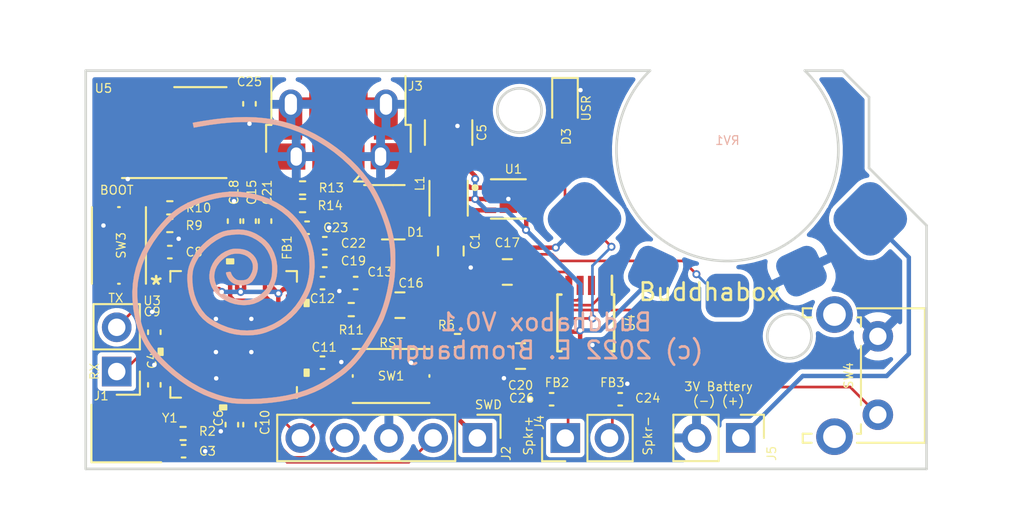
<source format=kicad_pcb>
(kicad_pcb (version 20211014) (generator pcbnew)
  (layers (0 "F.Cu" signal) (31 "B.Cu" signal) (34 "B.Paste" user) (35 "F.Paste" user) (36 "B.SilkS" user "B.Silkscreen") (37 "F.SilkS" user "F.Silkscreen") (38 "B.Mask" user) (39 "F.Mask" user) (44 "Edge.Cuts" user))
  (net 0 "")
  (net 1 "GND")
  (net 2 "Net-(C3-Pad1)")
  (net 3 "Net-(C4-Pad1)")
  (net 4 "+3.3V")
  (net 5 "+1V1")
  (net 6 "Net-(C13-Pad1)")
  (net 7 "Net-(C16-Pad2)")
  (net 8 "Net-(C17-Pad2)")
  (net 9 "/ADC_AVDD")
  (net 10 "Net-(D3-Pad2)")
  (net 11 "Net-(FB2-Pad1)")
  (net 12 "Net-(FB3-Pad1)")
  (net 13 "/UART0_RX")
  (net 14 "/UART0_TX")
  (net 15 "/SWCLK")
  (net 16 "/SWDIO")
  (net 17 "/NRST")
  (net 18 "Vbus")
  (net 19 "Net-(J3-Pad2)")
  (net 20 "Net-(J3-Pad3)")
  (net 22 "Net-(R2-Pad2)")
  (net 23 "/LED")
  (net 24 "/QSPI_SS_N")
  (net 25 "Net-(R10-Pad2)")
  (net 26 "/PDM+")
  (net 27 "Net-(R13-Pad1)")
  (net 28 "Net-(R14-Pad1)")
  (net 29 "/BTN")
  (net 30 "/SD")
  (net 50 "/POT")
  (net 53 "/QSPI_SD3")
  (net 54 "/QSPI_SCLK")
  (net 55 "/QSPI_SD0")
  (net 56 "/QSPI_SD2")
  (net 57 "/QSPI_SD1")
  (net 59 "Net-(C24-Pad1)")
  (net 60 "Net-(C26-Pad1)")
  (net 62 "/Vraw")
  (net 63 "/Vbat")
  (net 64 "Net-(L1-Pad2)")
  (net 66 "/Vbat_sw")
  (footprint "Resistor_SMD:R_0402_1005Metric" (layer "F.Cu") (at 116.84 115.316 180)
    (fp_text reference "R11")
    (fp_text value "100")
  )
  (footprint "Resistor_SMD:R_0402_1005Metric" (layer "F.Cu") (at 114.046 109.347)
    (fp_text reference "R14")
    (fp_text value "27.5")
  )
  (footprint "Connector_PinHeader_2.54mm:PinHeader_1x02_P2.54mm_Vertical" (layer "F.Cu") (at 129.125 122.687 90)
    (fp_text reference "J4")
    (fp_text value "Speaker")
  )
  (footprint "Connector_PinHeader_2.54mm:PinHeader_1x02_P2.54mm_Vertical" (layer "F.Cu") (at 139.197 122.682 -90)
    (fp_text reference "J5")
    (fp_text value "Battery")
  )
  (footprint "Capacitor_SMD:C_0805_2012Metric" (layer "F.Cu") (at 119.634 115.062)
    (fp_text reference "C16")
    (fp_text value "10uf")
  )
  (footprint "Capacitor_SMD:C_0402_1005Metric" (layer "F.Cu") (at 110.114 110.236 90)
    (fp_text reference "C18")
    (fp_text value "0.1uf")
  )
  (footprint "Resistor_SMD:R_0402_1005Metric" (layer "F.Cu") (at 107.188 122.428)
    (fp_text reference "R2")
    (fp_text value "1k")
  )
  (footprint "Capacitor_SMD:C_0402_1005Metric" (layer "F.Cu") (at 110.998 103.505 -90)
    (fp_text reference "C25")
    (fp_text value "0.1uf")
  )
  (footprint "Resistor_SMD:R_0402_1005Metric" (layer "F.Cu") (at 114.046 108.331)
    (fp_text reference "R13")
    (fp_text value "27.5")
  )
  (footprint "Inductor_SMD:L_0402_1005Metric" (layer "F.Cu") (at 130.781 119.977 -90)
    (fp_text reference "FB3")
    (fp_text value "1k")
  )
  (footprint "Capacitor_SMD:C_0402_1005Metric" (layer "F.Cu") (at 111.892 110.236 90)
    (fp_text reference "C21")
    (fp_text value "0.1uf")
  )
  (footprint "LED_SMD:LED_0603_1608Metric" (layer "F.Cu") (at 129.1082 103.505 -90)
    (fp_text reference "D3")
    (fp_text value "LED Green")
  )
  (footprint "Connector_PinHeader_2.54mm:PinHeader_1x05_P2.54mm_Vertical" (layer "F.Cu") (at 124.079 122.682 -90)
    (fp_text reference "J2")
    (fp_text value "SWD")
  )
  (footprint "Capacitor_SMD:C_0402_1005Metric" (layer "F.Cu") (at 128.34 120.462 180)
    (fp_text reference "C26")
    (fp_text value "220pf")
  )
  (footprint "Capacitor_SMD:C_0402_1005Metric" (layer "F.Cu") (at 106.426 112.014)
    (fp_text reference "C8")
    (fp_text value "0.1uf")
  )
  (footprint "Capacitor_SMD:C_0402_1005Metric" (layer "F.Cu") (at 105.537 116.614 90)
    (fp_text reference "C9")
    (fp_text value "0.1uf")
  )
  (footprint "Button_Switch_SMD:SW_Push_1P1T_NO_CK_KMR2" (layer "F.Cu") (at 119.126 119.126 180)
    (fp_text reference "SW1")
    (fp_text value "SW_Push")
  )
  (footprint "Capacitor_SMD:C_0402_1005Metric" (layer "F.Cu") (at 105.537 119.634 90)
    (fp_text reference "C4")
    (fp_text value "27pf")
  )
  (footprint "emeb_library:SON65P200X200X80-7N" (layer "F.Cu") (at 125.857 108.966)
    (fp_text reference "U1")
    (fp_text value "TPS61291DRVR")
  )
  (footprint "Inductor_SMD:L_0402_1005Metric" (layer "F.Cu") (at 129.765 119.977 -90)
    (fp_text reference "FB2")
    (fp_text value "1k")
  )
  (footprint "Capacitor_SMD:C_0805_2012Metric" (layer "F.Cu") (at 126.558 117.983 180)
    (fp_text reference "C20")
    (fp_text value "10uf")
  )
  (footprint "Button_Switch_SMD:SW_Push_1P1T_NO_CK_KMR2" (layer "F.Cu") (at 103.505 111.633 -90)
    (fp_text reference "SW3")
    (fp_text value "SW_Push")
  )
  (footprint "Capacitor_SMD:C_0805_2012Metric" (layer "F.Cu") (at 122.555 111.953 -90)
    (fp_text reference "C1")
    (fp_text value "10uf")
  )
  (footprint "Capacitor_SMD:C_0402_1005Metric" (layer "F.Cu") (at 115.321 111.506)
    (fp_text reference "C22")
    (fp_text value "1uf")
  )
  (footprint "emeb_library:RP2040" (layer "F.Cu") (at 110.0886 116.7384)
    (fp_text reference "U3")
    (fp_text value "RP2040" hide)
  )
  (footprint "Inductor_SMD:L_Taiyo-Yuden_MD-2020" (layer "F.Cu") (at 122.428 108.926 90)
    (fp_text reference "L1")
    (fp_text value "3.3uH")
  )
  (footprint "Capacitor_SMD:C_0402_1005Metric" (layer "F.Cu") (at 107.216 123.444)
    (fp_text reference "C3")
    (fp_text value "27pf")
  )
  (footprint "Capacitor_SMD:C_0402_1005Metric" (layer "F.Cu") (at 115.321 112.522)
    (fp_text reference "C19")
    (fp_text value "0.1uf")
  )
  (footprint "Connector_USB:USB_Micro-B_Amphenol_10103594-0001LF_Horizontal" (layer "F.Cu") (at 116.078 104.648 180)
    (fp_text reference "J3")
    (fp_text value "USB_B_Micro")
  )
  (footprint "Capacitor_SMD:C_0402_1005Metric" (layer "F.Cu") (at 111.003 110.236 90)
    (fp_text reference "C15")
    (fp_text value "0.1uf")
  )
  (footprint "Capacitor_SMD:C_0402_1005Metric" (layer "F.Cu") (at 109.987 121.92 -90)
    (fp_text reference "C6")
    (fp_text value "0.1uf")
  )
  (footprint "Capacitor_SMD:C_0402_1005Metric" (layer "F.Cu") (at 111.003 121.92 -90)
    (fp_text reference "C10")
    (fp_text value "0.1uf")
  )
  (footprint "Package_SON:WSON-8-1EP_6x5mm_P1.27mm_EP3.4x4.3mm" (layer "F.Cu") (at 106.68 105.156)
    (fp_text reference "U5")
    (fp_text value "W25Q32JVZPIQ")
  )
  (footprint "Resistor_SMD:R_0402_1005Metric" (layer "F.Cu") (at 106.426 110.49 180)
    (fp_text reference "R9")
    (fp_text value "10k")
  )
  (footprint "Connector_PinHeader_2.54mm:PinHeader_1x02_P2.54mm_Vertical" (layer "F.Cu") (at 103.378 118.872 180)
    (fp_text reference "J1")
    (fp_text value "Serial")
  )
  (footprint "Package_SO:TSSOP-8_3x3mm_P0.65mm" (layer "F.Cu") (at 130.302 116.078 -90)
    (fp_text reference "U4")
    (fp_text value "PAM8302AAD")
  )
  (footprint "Capacitor_SMD:C_0402_1005Metric" (layer "F.Cu") (at 115.189 113.792)
    (fp_text reference "C12")
    (fp_text value "0.1uf")
  )
  (footprint "Button_Switch_THT:SW_Tactile_SPST_Angled_PTS645Vx83-2LFS" (layer "F.Cu") (at 147.066 116.851 -90)
    (fp_text reference "SW4")
    (fp_text value "SW_Push")
  )
  (footprint "Resistor_SMD:R_0402_1005Metric" (layer "F.Cu") (at 106.426 109.474 180)
    (fp_text reference "R10")
    (fp_text value "1k")
  )
  (footprint "Capacitor_SMD:C_0402_1005Metric" (layer "F.Cu") (at 117.094 113.792 180)
    (fp_text reference "C13")
    (fp_text value "0.1uf")
  )
  (footprint "Resistor_SMD:R_0402_1005Metric" (layer "F.Cu") (at 122.936 117.094)
    (fp_text reference "R6")
    (fp_text value "1k")
  )
  (footprint "Capacitor_SMD:C_0402_1005Metric" (layer "F.Cu") (at 115.189 118.364)
    (fp_text reference "C11")
    (fp_text value "0.1uf")
  )
  (footprint "Capacitor_SMD:C_0402_1005Metric" (layer "F.Cu") (at 132.277 120.462)
    (fp_text reference "C24")
    (fp_text value "220pf")
  )
  (footprint "Capacitor_SMD:C_0402_1005Metric" (layer "F.Cu") (at 114.305 110.617)
    (fp_text reference "C23")
    (fp_text value "1uf")
  )
  (footprint "Package_TO_SOT_SMD:SOT-23" (layer "F.Cu") (at 119.253 109.728)
    (fp_text reference "D1")
    (fp_text value "BAT54C")
  )
  (footprint "Crystal:Crystal_SMD_3225-4Pin_3.2x2.5mm" (layer "F.Cu") (at 103.929 122.428)
    (fp_text reference "Y1")
    (fp_text value "Crystal_4pin_SMD")
  )
  (footprint "Capacitor_SMD:C_1210_3225Metric" (layer "F.Cu") (at 122.428 105.156 90)
    (fp_text reference "C5")
    (fp_text value "22uf")
  )
  (footprint "Capacitor_SMD:C_0805_2012Metric" (layer "F.Cu") (at 125.796 113.157)
    (fp_text reference "C17")
    (fp_text value "10uf")
  )
  (footprint "Inductor_SMD:L_0402_1005Metric" (layer "F.Cu") (at 113.924 112.014 90)
    (fp_text reference "FB1")
    (fp_text value "1k")
  )
  (footprint "emeb_library:RV12" (layer "B.Cu") (at 138.43 106.109 180)
    (fp_text reference "RV1")
    (fp_text value "RV12")
  )
  (footprint "emeb_library:avatar" (layer "B.Cu") (at 111.633 111.252 180)
    (fp_text reference "Ref**" hide)
    (fp_text value "Val**" hide)
  )
  (gr_line (start 142.875 101.6) (end 145.034 101.6) (layer "Edge.Cuts") (width 0.15))
  (gr_line (start 149.86 124.46) (end 101.6 124.46) (layer "Edge.Cuts") (width 0.15))
  (gr_line (start 145.034 101.6) (end 146.558 103.124) (layer "Edge.Cuts") (width 0.15))
  (gr_line (start 101.6 101.6) (end 133.985 101.6) (layer "Edge.Cuts") (width 0.15))
  (gr_arc (start 142.875 101.6) (mid 138.43 112.526458) (end 133.985 101.6) (layer "Edge.Cuts") (width 0.15))
  (gr_circle (center 126.492 103.886) (end 127.762 103.886) (layer "Edge.Cuts") (width 0.15) (fill none))
  (gr_line (start 101.6 124.46) (end 101.6 101.6) (layer "Edge.Cuts") (width 0.15))
  (gr_line (start 149.86 110.49) (end 149.86 124.46) (layer "Edge.Cuts") (width 0.15))
  (gr_line (start 146.558 103.124) (end 146.558 107.188) (layer "Edge.Cuts") (width 0.15))
  (gr_line (start 149.86 110.49) (end 146.558 107.188) (layer "Edge.Cuts") (width 0.15))
  (gr_circle (center 141.986 116.84) (end 143.256 116.84) (layer "Edge.Cuts") (width 0.15) (fill none))
  (gr_text "Buddhabox V0.1\n(c) 2022 E. Brombaugh" (at 128.016 116.84) (layer "B.SilkS") (effects (font (size 1 1)) (justify mirror)))
  (gr_text "TX" (at 103.3272 114.6556) (layer "F.SilkS") (effects (font (size 0.5 0.5) (thickness 0.07))))
  (gr_text "Buddhabox" (at 137.414 114.3) (layer "F.SilkS") (effects (font (size 1 1))))
  (gr_text "Spkr-" (at 133.858 122.555 90) (layer "F.SilkS") (effects (font (size 0.5 0.5) (thickness 0.07))))
  (gr_text "Spkr+" (at 127 122.555 90) (layer "F.SilkS") (effects (font (size 0.5 0.5) (thickness 0.07))))
  (gr_text "RX" (at 102.108 118.872 90) (layer "F.SilkS") (effects (font (size 0.5 0.5) (thickness 0.07))))
  (gr_text "3V Battery\n(-) (+)" (at 137.922 120.142) (layer "F.SilkS") (effects (font (size 0.5 0.5) (thickness 0.07))))
  (gr_text "USR" (at 130.3274 103.759 90) (layer "F.SilkS") (effects (font (size 0.5 0.5) (thickness 0.07))))
  (gr_text "SWD" (at 124.714 120.777) (layer "F.SilkS") (effects (font (size 0.5 0.5) (thickness 0.07))))
  (gr_text "BOOT" (at 103.378 108.458) (layer "F.SilkS") (effects (font (size 0.5 0.5) (thickness 0.07))))
  (gr_text "RST" (at 119.126 117.221) (layer "F.SilkS") (effects (font (size 0.5 0.5) (thickness 0.07))))
  (segment (start 120.269 118.364) (end 121.138 118.364) (width 0.254) (layer "F.Cu") (net 1))
  (segment (start 114.803 106.413) (end 113.803 106.413) (width 0.254) (layer "F.Cu") (net 1))
  (segment (start 103.98 107.061) (end 103.98 107.79) (width 0.254) (layer "F.Cu") (net 1))
  (segment (start 113.643 103.263) (end 113.373 103.533) (width 0.254) (layer "F.Cu") (net 1))
  (segment (start 116.1555 114.2505) (end 116.614 113.792) (width 0.254) (layer "F.Cu") (net 1))
  (segment (start 127.86 120.462) (end 127.098 120.462) (width 0.254) (layer "F.Cu") (net 1))
  (segment (start 122.936 103.681) (end 122.936 104.775) (width 0.254) (layer "F.Cu") (net 1))
  (segment (start 115.801 110.843) (end 115.575 110.617) (width 0.254) (layer "F.Cu") (net 1))
  (segment (start 102.705 109.583) (end 102.705 110.401) (width 0.254) (layer "F.Cu") (net 1))
  (segment (start 110.114 109.098) (end 110.109 109.093) (width 0.254) (layer "F.Cu") (net 1))
  (segment (start 124.592 112.903) (end 124.846 113.157) (width 0.254) (layer "F.Cu") (net 1))
  (segment (start 113.803 106.413) (end 113.683 106.533) (width 0.254) (layer "F.Cu") (net 1))
  (segment (start 117.063 103.263) (end 118.563 103.263) (width 0.254) (layer "F.Cu") (net 1))
  (segment (start 125.608 119.248) (end 125.608 117.983) (width 0.254) (layer "F.Cu") (net 1))
  (segment (start 126.882 108.966) (end 125.857 108.966) (width 0.254) (layer "F.Cu") (net 1))
  (segment (start 115.801 111.506) (end 115.801 110.843) (width 0.254) (layer "F.Cu") (net 1))
  (segment (start 102.705 110.401) (end 102.616 110.49) (width 0.254) (layer "F.Cu") (net 1))
  (segment (start 109.451 122.4) (end 109.352 122.301) (width 0.254) (layer "F.Cu") (net 1))
  (segment (start 110.998 103.985) (end 110.998 104.648) (width 0.254) (layer "F.Cu") (net 1))
  (segment (start 123.698 112.903) (end 124.592 112.903) (width 0.254) (layer "F.Cu") (net 1))
  (segment (start 110.114 109.756) (end 111.003 109.756) (width 0.254) (layer "F.Cu") (net 1))
  (segment (start 129.1083 102.7176) (end 129.1082 102.7175) (width 0.254) (layer "F.Cu") (net 1))
  (segment (start 111.003 122.4) (end 109.987 122.4) (width 0.254) (layer "F.Cu") (net 1))
  (segment (start 125.603 119.253) (end 125.608 119.248) (width 0.254) (layer "F.Cu") (net 1))
  (segment (start 109.987 122.4) (end 109.451 122.4) (width 0.254) (layer "F.Cu") (net 1))
  (segment (start 106.906 112.014) (end 106.906 111.28) (width 0.254) (layer "F.Cu") (net 1))
  (segment (start 122.555 112.903) (end 123.698 112.903) (width 0.254) (layer "F.Cu") (net 1))
  (segment (start 132.757 119.644) (end 132.686 119.573) (width 0.254) (layer "F.Cu") (net 1))
  (segment (start 126.507 108.316) (end 125.857 108.966) (width 0.254) (layer "F.Cu") (net 1))
  (segment (start 132.757 120.462) (end 132.757 119.644) (width 0.254) (layer "F.Cu") (net 1))
  (segment (start 121.138 118.364) (end 121.176 118.326) (width 0.254) (layer "F.Cu") (net 1))
  (segment (start 105.41 116.007) (end 105.537 116.134) (width 0.254) (layer "F.Cu") (net 1))
  (segment (start 105.537 119.154) (end 105.537 118.491) (width 0.254) (layer "F.Cu") (net 1))
  (segment (start 109.088599 120.142) (end 109.088599 119.262401) (width 0.254) (layer "F.Cu") (net 1))
  (segment (start 116.1555 114.2505) (end 116.1275 114.2505) (width 0.254) (layer "F.Cu") (net 1))
  (segment (start 105.41 115.443) (end 105.41 116.007) (width 0.254) (layer "F.Cu") (net 1))
  (segment (start 126.882 108.316) (end 126.507 108.316) (width 0.254) (layer "F.Cu") (net 1))
  (segment (start 107.696 123.444) (end 108.458 123.444) (width 0.254) (layer "F.Cu") (net 1))
  (segment (start 118.563 103.263) (end 118.833 103.533) (width 0.254) (layer "F.Cu") (net 1))
  (segment (start 111.892 109.756) (end 111.003 109.756) (width 0.254) (layer "F.Cu") (net 1))
  (segment (start 115.707 118.326) (end 115.669 118.364) (width 0.254) (layer "F.Cu") (net 1))
  (segment (start 129.9972 102.7176) (end 129.1083 102.7176) (width 0.254) (layer "F.Cu") (net 1))
  (segment (start 130.627 117.404) (end 130.627 118.228) (width 0.254) (layer "F.Cu") (net 1))
  (segment (start 114.785 110.617) (end 115.575 110.617) (width 0.254) (layer "F.Cu") (net 1))
  (segment (start 117.076 118.326) (end 115.707 118.326) (width 0.254) (layer "F.Cu") (net 1))
  (segment (start 130.683 117.348) (end 130.627 117.404) (width 0.254) (layer "F.Cu") (net 1))
  (segment (start 115.801 112.522) (end 115.801 111.506) (width 0.254) (layer "F.Cu") (net 1))
  (segment (start 102.705 113.683) (end 102.705 110.579) (width 0.254) (layer "F.Cu") (net 1))
  (segment (start 103.98 107.79) (end 104.013 107.823) (width 0.254) (layer "F.Cu") (net 1))
  (segment (start 110.114 109.756) (end 110.114 109.098) (width 0.254) (layer "F.Cu") (net 1))
  (segment (start 115.143 103.263) (end 113.643 103.263) (width 0.254) (layer "F.Cu") (net 1))
  (segment (start 116.1275 114.2505) (end 115.669 113.792) (width 0.254) (layer "F.Cu") (net 1))
  (segment (start 102.705 110.579) (end 102.616 110.49) (width 0.254) (layer "F.Cu") (net 1))
  (segment (start 106.906 111.28) (end 106.934 111.252) (width 0.254) (layer "F.Cu") (net 1))
  (via (at 109.0726 115.8494) (size 0.4572) (drill 0.254) (layers "F.Cu" "B.Cu") (net 1))
  (via (at 116.2684 118.326) (size 0.4572) (drill 0.254) (layers "F.Cu" "B.Cu") (net 1))
  (via (at 111.1046 115.8494) (size 0.4572) (drill 0.254) (layers "F.Cu" "B.Cu") (net 1))
  (via (at 111.1046 117.7544) (size 0.4572) (drill 0.254) (layers "F.Cu" "B.Cu") (net 1))
  (via (at 132.686 119.573) (size 0.4572) (drill 0.254) (layers "F.Cu" "B.Cu") (net 1))
  (via (at 109.088599 119.262401) (size 0.4572) (drill 0.254) (layers "F.Cu" "B.Cu") (net 1))
  (via (at 108.458 123.444) (size 0.4572) (drill 0.254) (layers "F.Cu" "B.Cu") (net 1))
  (via (at 123.698 112.903) (size 0.4572) (drill 0.254) (layers "F.Cu" "B.Cu") (net 1))
  (via (at 109.0726 117.7544) (size 0.4572) (drill 0.254) (layers "F.Cu" "B.Cu") (net 1))
  (via (at 120.269 118.364) (size 0.4572) (drill 0.254) (layers "F.Cu" "B.Cu") (net 1))
  (via (at 102.616 110.49) (size 0.4572) (drill 0.254) (layers "F.Cu" "B.Cu") (net 1))
  (via (at 104.013 107.823) (size 0.4572) (drill 0.254) (layers "F.Cu" "B.Cu") (net 1))
  (via (at 125.603 119.253) (size 0.4572) (drill 0.254) (layers "F.Cu" "B.Cu") (net 1))
  (via (at 122.936 104.775) (size 0.4572) (drill 0.254) (layers "F.Cu" "B.Cu") (net 1))
  (via (at 105.537 118.491) (size 0.4572) (drill 0.254) (layers "F.Cu" "B.Cu") (net 1))
  (via (at 115.575 110.617) (size 0.4572) (drill 0.254) (layers "F.Cu" "B.Cu") (net 1))
  (via (at 130.683 117.348) (size 0.4572) (drill 0.254) (layers "F.Cu" "B.Cu") (net 1))
  (via (at 110.109 109.093) (size 0.4572) (drill 0.254) (layers "F.Cu" "B.Cu") (net 1))
  (via (at 105.41 115.443) (size 0.4572) (drill 0.254) (layers "F.Cu" "B.Cu") (net 1))
  (via (at 129.9972 102.7176) (size 0.4572) (drill 0.254) (layers "F.Cu" "B.Cu") (net 1))
  (via (at 106.934 111.252) (size 0.4572) (drill 0.254) (layers "F.Cu" "B.Cu") (net 1))
  (via (at 116.1555 114.2505) (size 0.4572) (drill 0.254) (layers "F.Cu" "B.Cu") (net 1))
  (via (at 110.998 104.648) (size 0.4572) (drill 0.254) (layers "F.Cu" "B.Cu") (net 1))
  (via (at 125.857 108.966) (size 0.4572) (drill 0.254) (layers "F.Cu" "B.Cu") (net 1))
  (via (at 127.098 120.462) (size 0.4572) (drill 0.254) (layers "F.Cu" "B.Cu") (net 1))
  (via (at 109.352 122.301) (size 0.4572) (drill 0.254) (layers "F.Cu" "B.Cu") (net 1))
  (segment (start 106.736 123.444) (end 106.736 122.486) (width 0.1524) (layer "F.Cu") (net 2))
  (segment (start 106.678 122.428) (end 103.886 122.428) (width 0.1524) (layer "F.Cu") (net 2))
  (segment (start 103.036 123.278) (end 102.829 123.278) (width 0.1524) (layer "F.Cu") (net 2))
  (segment (start 106.736 122.486) (end 106.678 122.428) (width 0.1524) (layer "F.Cu") (net 2))
  (segment (start 103.886 122.428) (end 103.036 123.278) (width 0.1524) (layer "F.Cu") (net 2))
  (segment (start 108.546 121.578) (end 105.029 121.578) (width 0.1524) (layer "F.Cu") (net 3))
  (segment (start 109.488601 120.142) (end 109.488601 120.635399) (width 0.1524) (layer "F.Cu") (net 3))
  (segment (start 105.537 120.114) (end 105.029 120.622) (width 0.1524) (layer "F.Cu") (net 3))
  (segment (start 109.488601 120.635399) (end 108.546 121.578) (width 0.1524) (layer "F.Cu") (net 3))
  (segment (start 105.029 120.622) (end 105.029 121.578) (width 0.1524) (layer "F.Cu") (net 3))
  (segment (start 112.9426 114.1384) (end 112.654 114.427) (width 0.254) (layer "F.Cu") (net 4))
  (segment (start 110.2886 121.1384) (end 109.987 121.44) (width 0.254) (layer "F.Cu") (net 4))
  (segment (start 115.517 119.172) (end 114.709 118.364) (width 0.254) (layer "F.Cu") (net 4))
  (segment (start 111.125 107.442) (end 111.125 105.4575) (width 0.254) (layer "F.Cu") (net 4))
  (segment (start 112.655244 114.395798) (end 112.658947 114.392095) (width 0.254) (layer "F.Cu") (net 4))
  (segment (start 112.396602 114.1384) (end 112.288601 114.030399) (width 0.254) (layer "F.Cu") (net 4))
  (segment (start 109.2449 114.1384) (end 109.4065 114.3) (width 0.254) (layer "F.Cu") (net 4))
  (segment (start 124.079 122.682) (end 122.428 121.031) (width 0.254) (layer "F.Cu") (net 4))
  (segment (start 124.832 108.966) (end 123.952 108.966) (width 0.254) (layer "F.Cu") (net 4))
  (segment (start 105.918 112.042) (end 105.918 113.919) (width 0.254) (layer "F.Cu") (net 4))
  (segment (start 113.4922 114.1384) (end 112.9426 114.1384) (width 0.254) (layer "F.Cu") (net 4))
  (segment (start 108.082 117.348) (end 108.082 114.173) (width 0.254) (layer "F.Cu") (net 4))
  (segment (start 116.459 113.157) (end 115.076 113.157) (width 0.254) (layer "F.Cu") (net 4))
  (segment (start 112.654 114.395798) (end 112.396602 114.1384) (width 0.254) (layer "F.Cu") (net 4))
  (segment (start 113.4922 117.738401) (end 112.917401 117.738401) (width 0.254) (layer "F.Cu") (net 4))
  (segment (start 114.709 118.364) (end 114.083401 117.738401) (width 0.254) (layer "F.Cu") (net 4))
  (segment (start 117.775 119.172) (end 115.517 119.172) (width 0.254) (layer "F.Cu") (net 4))
  (segment (start 110.688599 113.3348) (end 110.688599 111.947401) (width 0.254) (layer "F.Cu") (net 4))
  (segment (start 112.654 117.475) (end 112.654 114.395798) (width 0.254) (layer "F.Cu") (net 4))
  (segment (start 111.892 110.716) (end 112.456 110.152) (width 0.254) (layer "F.Cu") (net 4))
  (segment (start 126.873 110.744) (end 126.882 110.735) (width 0.254) (layer "F.Cu") (net 4))
  (segment (start 111.003 110.744) (end 111.003 110.716) (width 0.254) (layer "F.Cu") (net 4))
  (segment (start 110.2886 114.0936) (end 110.495 114.3) (width 0.254) (layer "F.Cu") (net 4))
  (segment (start 116.967 112.649) (end 116.459 113.157) (width 0.254) (layer "F.Cu") (net 4))
  (segment (start 105.946 112.014) (end 105.918 112.042) (width 0.254) (layer "F.Cu") (net 4))
  (segment (start 123.952 107.647) (end 122.936 106.631) (width 0.254) (layer "F.Cu") (net 4))
  (segment (start 115.076 113.157) (end 114.709 113.524) (width 0.254) (layer "F.Cu") (net 4))
  (segment (start 110.2886 113.3348) (end 110.2886 111.4584) (width 0.254) (layer "F.Cu") (net 4))
  (segment (start 128.905 116.586) (end 127.508 117.983) (width 0.254) (layer "F.Cu") (net 4))
  (segment (start 112.456 108.773) (end 111.125 107.442) (width 0.254) (layer "F.Cu") (net 4))
  (segment (start 107.691599 117.738401) (end 108.082 117.348) (width 0.254) (layer "F.Cu") (net 4))
  (segment (start 112.288601 112.731499) (end 113.4911 111.529) (width 0.254) (layer "F.Cu") (net 4))
  (segment (start 112.288601 113.3348) (end 112.288601 112.731499) (width 0.254) (layer "F.Cu") (net 4))
  (segment (start 105.800401 117.738401) (end 105.537 117.475) (width 0.254) (layer "F.Cu") (net 4))
  (segment (start 113.924 111.529) (end 114.818 111.529) (width 0.254) (layer "F.Cu") (net 4))
  (segment (start 123.952 108.966) (end 119.507 108.966) (width 0.254) (layer "F.Cu") (net 4))
  (segment (start 105.916 111.984) (end 105.946 112.014) (width 0.254) (layer "F.Cu") (net 4))
  (segment (start 118.745 109.728) (end 117.856 109.728) (width 0.254) (layer "F.Cu") (net 4))
  (segment (start 110.2886 120.142) (end 110.2886 121.1384) (width 0.254) (layer "F.Cu") (net 4))
  (segment (start 119.634 121.031) (end 117.775 119.172) (width 0.254) (layer "F.Cu") (net 4))
  (segment (start 106.685 114.1384) (end 108.0474 114.1384) (width 0.254) (layer "F.Cu") (net 4))
  (segment (start 105.916 110.49) (end 105.916 111.984) (width 0.254) (layer "F.Cu") (net 4))
  (segment (start 110.2886 113.3348) (end 110.2886 114.0936) (width 0.254) (layer "F.Cu") (net 4))
  (segment (start 129.977 116.515) (end 129.906 116.586) (width 0.254) (layer "F.Cu") (net 4))
  (segment (start 114.3626 114.1384) (end 114.709 113.792) (width 0.254) (layer "F.Cu") (net 4))
  (segment (start 112.456 110.152) (end 112.456 108.773) (width 0.254) (layer "F.Cu") (net 4))
  (segment (start 114.818 111.529) (end 114.841 111.506) (width 0.254) (layer "F.Cu") (net 4))
  (segment (start 110.236 102.997) (end 110.97 102.997) (width 0.254) (layer "F.Cu") (net 4))
  (segment (start 122.428 121.031) (end 119.634 121.031) (width 0.254) (layer "F.Cu") (net 4))
  (segment (start 117.856 109.728) (end 116.967 110.617) (width 0.254) (layer "F.Cu") (net 4))
  (segment (start 110.495 114.3) (end 110.688599 114.106401) (width 0.254) (layer "F.Cu") (net 4))
  (segment (start 112.917401 117.738401) (end 112.654 117.475) (width 0.254) (layer "F.Cu") (net 4))
  (segment (start 123.952 107.823) (end 123.952 107.647) (width 0.254) (layer "F.Cu") (net 4))
  (segment (start 114.709 113.524) (end 114.709 113.792) (width 0.254) (layer "F.Cu") (net 4))
  (segment (start 112.654 114.395798) (end 112.655244 114.395798) (width 0.254) (layer "F.Cu") (net 4))
  (segment (start 110.97 102.997) (end 110.998 103.025) (width 0.254) (layer "F.Cu") (net 4))
  (segment (start 112.288601 114.030399) (end 112.288601 113.3348) (width 0.254) (layer "F.Cu") (net 4))
  (segment (start 106.685 114.1384) (end 106.1374 114.1384) (width 0.254) (layer "F.Cu") (net 4))
  (segment (start 108.0474 114.1384) (end 109.2449 114.1384) (width 0.254) (layer "F.Cu") (net 4))
  (segment (start 109.982 103.251) (end 109.38 103.251) (width 0.254) (layer "F.Cu") (net 4))
  (segment (start 113.4911 111.529) (end 113.924 111.529) (width 0.254) (layer "F.Cu") (net 4))
  (segment (start 106.685 117.738401) (end 107.691599 117.738401) (width 0.254) (layer "F.Cu") (net 4))
  (segment (start 114.083401 117.738401) (end 113.4922 117.738401) (width 0.254) (layer "F.Cu") (net 4))
  (segment (start 113.4922 114.1384) (end 114.3626 114.1384) (width 0.254) (layer "F.Cu") (net 4))
  (segment (start 108.082 114.173) (end 108.0474 114.1384) (width 0.254) (layer "F.Cu") (net 4))
  (segment (start 108.082 118.11) (end 107.710401 117.738401) (width 0.254) (layer "F.Cu") (net 4))
  (segment (start 108.336 118.745) (end 108.082 118.491) (width 0.254) (layer "F.Cu") (net 4))
  (segment (start 110.2886 111.4584) (end 111.003 110.744) (width 0.254) (layer "F.Cu") (net 4))
  (segment (start 108.082 118.491) (end 108.082 118.11) (width 0.254) (layer "F.Cu") (net 4))
  (segment (start 129.977 116.515) (end 129.977 118.228) (width 0.254) (layer "F.Cu") (net 4))
  (segment (start 111.125 105.4575) (end 110.236 104.5685) (width 0.254) (layer "F.Cu") (net 4))
  (segment (start 107.710401 117.738401) (end 107.691599 117.738401) (width 0.254) (layer "F.Cu") (net 4))
  (segment (start 110.2886 120.142) (end 110.2886 119.1736) (width 0.254) (layer "F.Cu") (net 4))
  (segment (start 129.906 116.586) (end 128.905 116.586) (width 0.254) (layer "F.Cu") (net 4))
  (segment (start 106.685 117.738401) (end 105.800401 117.738401) (width 0.254) (layer "F.Cu") (net 4))
  (segment (start 105.537 117.475) (end 105.537 117.094) (width 0.254) (layer "F.Cu") (net 4))
  (segment (start 111.892 110.744) (end 111.892 110.716) (width 0.254) (layer "F.Cu") (net 4))
  (segment (start 110.236 104.5685) (end 110.236 102.997) (width 0.254) (layer "F.Cu") (net 4))
  (segment (start 110.236 102.997) (end 109.982 103.251) (width 0.254) (layer "F.Cu") (net 4))
  (segment (start 116.967 110.617) (end 116.967 112.649) (width 0.254) (layer "F.Cu") (net 4))
  (segment (start 106.1374 114.1384) (end 105.918 113.919) (width 0.254) (layer "F.Cu") (net 4))
  (segment (start 126.882 110.735) (end 126.882 109.616) (width 0.254) (layer "F.Cu") (net 4))
  (segment (start 119.507 108.966) (end 118.745 109.728) (width 0.254) (layer "F.Cu") (net 4))
  (segment (start 110.2886 119.1736) (end 109.86 118.745) (width 0.254) (layer "F.Cu") (net 4))
  (segment (start 110.688599 111.947401) (end 111.892 110.744) (width 0.254) (layer "F.Cu") (net 4))
  (segment (start 110.688599 114.106401) (end 110.688599 113.3348) (width 0.254) (layer "F.Cu") (net 4))
  (segment (start 109.86 118.745) (end 108.336 118.745) (width 0.254) (layer "F.Cu") (net 4))
  (via (at 126.873 110.744) (size 0.4572) (drill 0.254) (layers "F.Cu" "B.Cu") (net 4))
  (via (at 112.658947 114.392095) (size 0.4572) (drill 0.254) (layers "F.Cu" "B.Cu") (net 4))
  (via (at 110.495 114.3) (size 0.4572) (drill 0.254) (layers "F.Cu" "B.Cu") (net 4))
  (via (at 129.977 116.515) (size 0.4572) (drill 0.254) (layers "F.Cu" "B.Cu") (net 4))
  (via (at 109.4065 114.3) (size 0.4572) (drill 0.254) (layers "F.Cu" "B.Cu") (net 4))
  (via (at 123.952 107.823) (size 0.4572) (drill 0.254) (layers "F.Cu" "B.Cu") (net 4))
  (via (at 123.952 108.966) (size 0.4572) (drill 0.254) (layers "F.Cu" "B.Cu") (net 4))
  (segment (start 123.952 108.966) (end 123.952 107.823) (width 0.254) (layer "B.Cu") (net 4))
  (segment (start 112.566852 114.3) (end 112.658947 114.392095) (width 0.254) (layer "B.Cu") (net 4))
  (segment (start 126.873 110.744) (end 125.73 109.601) (width 0.254) (layer "B.Cu") (net 4))
  (segment (start 110.495 114.3) (end 112.566852 114.3) (width 0.254) (layer "B.Cu") (net 4))
  (segment (start 131.135 116.515) (end 134.18 113.47) (width 0.254) (layer "B.Cu") (net 4))
  (segment (start 124.587 109.601) (end 123.952 108.966) (width 0.254) (layer "B.Cu") (net 4))
  (segment (start 129.9972 113.8682) (end 129.9972 116.4948) (width 0.254) (layer "B.Cu") (net 4))
  (segment (start 110.495 114.3) (end 109.4065 114.3) (width 0.254) (layer "B.Cu") (net 4))
  (segment (start 129.9972 116.4948) (end 129.977 116.515) (width 0.254) (layer "B.Cu") (net 4))
  (segment (start 126.873 110.744) (end 129.9972 113.8682) (width 0.254) (layer "B.Cu") (net 4))
  (segment (start 134.18 113.47) (end 134.18 113.109) (width 0.254) (layer "B.Cu") (net 4))
  (segment (start 129.977 116.515) (end 131.135 116.515) (width 0.254) (layer "B.Cu") (net 4))
  (segment (start 125.73 109.601) (end 124.587 109.601) (width 0.254) (layer "B.Cu") (net 4))
  (segment (start 111.888599 114.550599) (end 112.146 114.808) (width 0.254) (layer "F.Cu") (net 5))
  (segment (start 110.114 114.808) (end 112.146 114.808) (width 0.254) (layer "F.Cu") (net 5))
  (segment (start 111.888599 112.525401) (end 113.797 110.617) (width 0.254) (layer "F.Cu") (net 5))
  (segment (start 109.8886 110.9414) (end 110.114 110.716) (width 0.254) (layer "F.Cu") (net 5))
  (segment (start 113.797 110.617) (end 113.825 110.617) (width 0.254) (layer "F.Cu") (net 5))
  (segment (start 111.888599 113.3348) (end 111.888599 112.525401) (width 0.254) (layer "F.Cu") (net 5))
  (segment (start 111.13 118.745) (end 110.688599 119.186401) (width 0.254) (layer "F.Cu") (net 5))
  (segment (start 111.892 118.745) (end 111.13 118.745) (width 0.254) (layer "F.Cu") (net 5))
  (segment (start 109.8886 113.3348) (end 109.8886 110.9414) (width 0.254) (layer "F.Cu") (net 5))
  (segment (start 110.114 114.808) (end 112.146 114.808) (width 0.254) (layer "F.Cu") (net 5))
  (segment (start 109.8886 114.5826) (end 110.114 114.808) (width 0.254) (layer "F.Cu") (net 5))
  (segment (start 110.688599 121.125599) (end 111.003 121.44) (width 0.254) (layer "F.Cu") (net 5))
  (segment (start 110.688599 119.186401) (end 110.688599 120.142) (width 0.254) (layer "F.Cu") (net 5))
  (segment (start 112.146 114.808) (end 112.146 118.491) (width 0.254) (layer "F.Cu") (net 5))
  (segment (start 112.146 118.491) (end 111.892 118.745) (width 0.254) (layer "F.Cu") (net 5))
  (segment (start 111.888599 113.3348) (end 111.888599 114.550599) (width 0.254) (layer "F.Cu") (net 5))
  (segment (start 109.8886 113.3348) (end 109.8886 114.5826) (width 0.254) (layer "F.Cu") (net 5))
  (segment (start 110.688599 120.142) (end 110.688599 121.125599) (width 0.254) (layer "F.Cu") (net 5))
  (segment (start 117.574 113.792) (end 117.35 114.016) (width 0.1524) (layer "F.Cu") (net 6))
  (segment (start 117.35 115.316) (end 118.43 115.316) (width 0.1524) (layer "F.Cu") (net 6))
  (segment (start 118.43 115.316) (end 118.684 115.062) (width 0.1524) (layer "F.Cu") (net 6))
  (segment (start 117.35 114.016) (end 117.35 115.316) (width 0.1524) (layer "F.Cu") (net 6))
  (segment (start 129.977 114.6304) (end 129.977 113.928) (width 0.1524) (layer "F.Cu") (net 7))
  (segment (start 120.584 115.062) (end 120.8634 114.7826) (width 0.1524) (layer "F.Cu") (net 7))
  (segment (start 129.8248 114.7826) (end 129.977 114.6304) (width 0.1524) (layer "F.Cu") (net 7))
  (segment (start 120.8634 114.7826) (end 129.8248 114.7826) (width 0.1524) (layer "F.Cu") (net 7))
  (segment (start 126.746 113.157) (end 129.159 113.157) (width 0.1524) (layer "F.Cu") (net 8))
  (segment (start 129.159 113.157) (end 129.327 113.325) (width 0.1524) (layer "F.Cu") (net 8))
  (segment (start 129.327 113.325) (end 129.327 113.928) (width 0.1524) (layer "F.Cu") (net 8))
  (segment (start 114.841 112.522) (end 113.947 112.522) (width 0.254) (layer "F.Cu") (net 9))
  (segment (start 113.947 112.522) (end 113.924 112.499) (width 0.254) (layer "F.Cu") (net 9))
  (segment (start 112.6886 112.870316) (end 113.059916 112.499) (width 0.254) (layer "F.Cu") (net 9))
  (segment (start 113.059916 112.499) (end 113.924 112.499) (width 0.254) (layer "F.Cu") (net 9))
  (segment (start 112.6886 113.3348) (end 112.6886 112.870316) (width 0.254) (layer "F.Cu") (net 9))
  (segment (start 124.716 115.824) (end 130.683 115.824) (width 0.1524) (layer "F.Cu") (net 10))
  (segment (start 129.1082 109.0422) (end 129.1082 104.2925) (width 0.1524) (layer "F.Cu") (net 10))
  (segment (start 131.7752 111.7092) (end 129.1082 109.0422) (width 0.1524) (layer "F.Cu") (net 10))
  (segment (start 123.446 117.094) (end 124.716 115.824) (width 0.1524) (layer "F.Cu") (net 10))
  (via (at 131.7752 111.7092) (size 0.4572) (drill 0.254) (layers "F.Cu" "B.Cu") (net 10))
  (via (at 130.683 115.824) (size 0.4572) (drill 0.254) (layers "F.Cu" "B.Cu") (net 10))
  (segment (start 131.7752 111.7092) (end 130.683 112.8014) (width 0.1524) (layer "B.Cu") (net 10))
  (segment (start 130.683 112.8014) (end 130.683 115.824) (width 0.1524) (layer "B.Cu") (net 10))
  (segment (start 129.327 119.054) (end 129.765 119.492) (width 0.1524) (layer "F.Cu") (net 11))
  (segment (start 129.327 118.228) (end 129.327 119.054) (width 0.1524) (layer "F.Cu") (net 11))
  (segment (start 131.277 118.228) (end 131.277 118.996) (width 0.1524) (layer "F.Cu") (net 12))
  (segment (start 131.277 118.996) (end 130.781 119.492) (width 0.1524) (layer "F.Cu") (net 12))
  (segment (start 106.685 114.938401) (end 105.303941 114.938401) (width 0.1524) (layer "F.Cu") (net 13))
  (segment (start 104.775 117.856) (end 103.759 118.872) (width 0.1524) (layer "F.Cu") (net 13))
  (segment (start 105.303941 114.938401) (end 104.775 115.467342) (width 0.1524) (layer "F.Cu") (net 13))
  (segment (start 103.759 118.872) (end 103.378 118.872) (width 0.1524) (layer "F.Cu") (net 13))
  (segment (start 104.775 115.467342) (end 104.775 117.856) (width 0.1524) (layer "F.Cu") (net 13))
  (segment (start 105.171601 114.538399) (end 103.378 116.332) (width 0.1524) (layer "F.Cu") (net 14))
  (segment (start 106.685 114.538399) (end 105.171601 114.538399) (width 0.1524) (layer "F.Cu") (net 14))
  (segment (start 112.3696 122.011242) (end 112.3696 123.2916) (width 0.1524) (layer "F.Cu") (net 15))
  (segment (start 113.157 124.079) (end 120.142 124.079) (width 0.1524) (layer "F.Cu") (net 15))
  (segment (start 111.088601 120.142) (end 111.088601 120.730243) (width 0.1524) (layer "F.Cu") (net 15))
  (segment (start 111.088601 120.730243) (end 112.3696 122.011242) (width 0.1524) (layer "F.Cu") (net 15))
  (segment (start 112.3696 123.2916) (end 113.157 124.079) (width 0.1524) (layer "F.Cu") (net 15))
  (segment (start 120.142 124.079) (end 121.539 122.682) (width 0.1524) (layer "F.Cu") (net 15))
  (segment (start 112.649 123.063) (end 113.3856 123.7996) (width 0.1524) (layer "F.Cu") (net 16))
  (segment (start 112.649 121.89551) (end 112.649 123.063) (width 0.1524) (layer "F.Cu") (net 16))
  (segment (start 115.3414 123.7996) (end 116.459 122.682) (width 0.1524) (layer "F.Cu") (net 16))
  (segment (start 113.3856 123.7996) (end 115.3414 123.7996) (width 0.1524) (layer "F.Cu") (net 16))
  (segment (start 111.4886 120.73511) (end 112.649 121.89551) (width 0.1524) (layer "F.Cu") (net 16))
  (segment (start 111.4886 120.142) (end 111.4886 120.73511) (width 0.1524) (layer "F.Cu") (net 16))
  (segment (start 112.527 121.29) (end 112.527 121.285) (width 0.1524) (layer "F.Cu") (net 17))
  (segment (start 111.888599 120.646599) (end 111.888599 120.142) (width 0.1524) (layer "F.Cu") (net 17))
  (segment (start 113.919 122.682) (end 116.675 119.926) (width 0.1524) (layer "F.Cu") (net 17))
  (segment (start 116.675 119.926) (end 117.076 119.926) (width 0.1524) (layer "F.Cu") (net 17))
  (segment (start 113.919 122.682) (end 112.527 121.29) (width 0.1524) (layer "F.Cu") (net 17))
  (segment (start 112.527 121.285) (end 111.888599 120.646599) (width 0.1524) (layer "F.Cu") (net 17))
  (segment (start 117.403 107.8655) (end 118.3155 108.778) (width 0.254) (layer "F.Cu") (net 18))
  (segment (start 117.403 106.413) (end 117.403 107.8655) (width 0.254) (layer "F.Cu") (net 18))
  (segment (start 115.189 109.347) (end 116.753 107.783) (width 0.1524) (layer "F.Cu") (net 19))
  (segment (start 114.556 109.347) (end 115.189 109.347) (width 0.1524) (layer "F.Cu") (net 19))
  (segment (start 116.753 107.783) (end 116.753 106.413) (width 0.1524) (layer "F.Cu") (net 19))
  (segment (start 114.556 108.331) (end 115.443 108.331) (width 0.1524) (layer "F.Cu") (net 20))
  (segment (start 115.443 108.331) (end 116.103 107.671) (width 0.1524) (layer "F.Cu") (net 20))
  (segment (start 116.103 107.671) (end 116.103 106.413) (width 0.1524) (layer "F.Cu") (net 20))
  (segment (start 109.8886 120.142) (end 109.8886 120.7434) (width 0.1524) (layer "F.Cu") (net 22))
  (segment (start 109.8886 120.7434) (end 108.204 122.428) (width 0.1524) (layer "F.Cu") (net 22))
  (segment (start 108.204 122.428) (end 107.698 122.428) (width 0.1524) (layer "F.Cu") (net 22))
  (segment (start 122.3452 117.1748) (end 122.426 117.094) (width 0.1524) (layer "F.Cu") (net 23))
  (segment (start 113.4922 117.338399) (end 114.459243 117.338399) (width 0.1524) (layer "F.Cu") (net 23))
  (segment (start 114.459243 117.338399) (end 114.622842 117.1748) (width 0.1524) (layer "F.Cu") (net 23))
  (segment (start 114.622842 117.1748) (end 122.3452 117.1748) (width 0.1524) (layer "F.Cu") (net 23))
  (segment (start 107.442 109.474) (end 107.4886 109.4274) (width 0.1524) (layer "F.Cu") (net 24))
  (segment (start 106.936 109.474) (end 107.442 109.474) (width 0.1524) (layer "F.Cu") (net 24))
  (segment (start 107.4886 110.6932) (end 107.4886 111.4594) (width 0.1524) (layer "F.Cu") (net 24))
  (segment (start 107.4886 109.4274) (end 107.4886 110.4096) (width 0.1524) (layer "F.Cu") (net 24))
  (segment (start 102.843 108.053922) (end 103.602679 108.8136) (width 0.1524) (layer "F.Cu") (net 24))
  (segment (start 107.2896 108.8136) (end 107.4886 109.0126) (width 0.1524) (layer "F.Cu") (net 24))
  (segment (start 103.98 103.251) (end 102.843 104.388) (width 0.1524) (layer "F.Cu") (net 24))
  (segment (start 107.0184 110.4096) (end 106.938 110.49) (width 0.1524) (layer "F.Cu") (net 24))
  (segment (start 107.4886 109.0126) (end 107.4886 109.4274) (width 0.1524) (layer "F.Cu") (net 24))
  (segment (start 102.843 104.388) (end 102.843 108.053922) (width 0.1524) (layer "F.Cu") (net 24))
  (segment (start 107.4886 110.4096) (end 107.0164 110.4096) (width 0.1524) (layer "F.Cu") (net 24))
  (segment (start 107.4886 110.4096) (end 107.4886 110.714) (width 0.1524) (layer "F.Cu") (net 24))
  (segment (start 107.0164 110.4096) (end 106.936 110.49) (width 0.1524) (layer "F.Cu") (net 24))
  (segment (start 103.632 108.8136) (end 107.2896 108.8136) (width 0.1524) (layer "F.Cu") (net 24))
  (segment (start 107.4886 111.4594) (end 107.4886 113.3348) (width 0.1524) (layer "F.Cu") (net 24))
  (segment (start 104.305 109.583) (end 104.305 113.683) (width 0.1524) (layer "F.Cu") (net 25))
  (segment (start 105.807 109.583) (end 104.305 109.583) (width 0.1524) (layer "F.Cu") (net 25))
  (segment (start 105.916 109.474) (end 105.807 109.583) (width 0.1524) (layer "F.Cu") (net 25))
  (segment (start 113.4922 116.138401) (end 114.239599 116.138401) (width 0.2) (layer "F.Cu") (net 26))
  (segment (start 114.239599 116.138401) (end 115.062 115.316) (width 0.2) (layer "F.Cu") (net 26))
  (segment (start 115.062 115.316) (end 116.33 115.316) (width 0.2) (layer "F.Cu") (net 26))
  (segment (start 111.088601 112.429333) (end 113.0046 110.513334) (width 0.1524) (layer "F.Cu") (net 27))
  (segment (start 113.0046 108.8624) (end 113.536 108.331) (width 0.1524) (layer "F.Cu") (net 27))
  (segment (start 111.088601 113.3348) (end 111.088601 112.429333) (width 0.1524) (layer "F.Cu") (net 27))
  (segment (start 113.0046 110.513334) (end 113.0046 108.8624) (width 0.1524) (layer "F.Cu") (net 27))
  (segment (start 111.4886 113.3348) (end 111.4886 112.424466) (width 0.1524) (layer "F.Cu") (net 28))
  (segment (start 111.4886 112.424466) (end 113.284 110.629066) (width 0.1524) (layer "F.Cu") (net 28))
  (segment (start 113.284 109.599) (end 113.536 109.347) (width 0.1524) (layer "F.Cu") (net 28))
  (segment (start 113.284 110.629066) (end 113.284 109.599) (width 0.1524) (layer "F.Cu") (net 28))
  (segment (start 113.4922 116.9384) (end 113.5352 116.8954) (width 0.1524) (layer "F.Cu") (net 29))
  (segment (start 145.476 119.761) (end 147.066 121.351) (width 0.1524) (layer "F.Cu") (net 29))
  (segment (start 121.7376 116.8954) (end 123.2916 115.3414) (width 0.1524) (layer "F.Cu") (net 29))
  (segment (start 139.192 119.761) (end 145.476 119.761) (width 0.1524) (layer "F.Cu") (net 29))
  (segment (start 123.2916 115.3414) (end 134.7724 115.3414) (width 0.1524) (layer "F.Cu") (net 29))
  (segment (start 134.7724 115.3414) (end 139.192 119.761) (width 0.1524) (layer "F.Cu") (net 29))
  (segment (start 113.5352 116.8954) (end 121.7376 116.8954) (width 0.1524) (layer "F.Cu") (net 29))
  (segment (start 114.26839 116.5384) (end 114.53719 116.2696) (width 0.1524) (layer "F.Cu") (net 30))
  (segment (start 121.6014 116.2696) (end 122.809 115.062) (width 0.1524) (layer "F.Cu") (net 30))
  (segment (start 130.6494 115.062) (end 131.277 114.4344) (width 0.1524) (layer "F.Cu") (net 30))
  (segment (start 114.53719 116.2696) (end 121.6014 116.2696) (width 0.1524) (layer "F.Cu") (net 30))
  (segment (start 131.277 114.4344) (end 131.277 113.928) (width 0.1524) (layer "F.Cu") (net 30))
  (segment (start 113.4922 116.5384) (end 114.26839 116.5384) (width 0.1524) (layer "F.Cu") (net 30))
  (segment (start 122.809 115.062) (end 130.6494 115.062) (width 0.1524) (layer "F.Cu") (net 30))
  (segment (start 124.369078 114.046) (end 120.142 114.046) (width 0.1524) (layer "F.Cu") (net 50))
  (segment (start 125.283722 114.0852) (end 124.408278 114.0852) (width 0.1524) (layer "F.Cu") (net 50))
  (segment (start 125.5492 113.792) (end 125.5492 113.819722) (width 0.1524) (layer "F.Cu") (net 50))
  (segment (start 128.746922 112.522) (end 128.365922 112.141) (width 0.1524) (layer "F.Cu") (net 50))
  (segment (start 128.365922 112.141) (end 126.253539 112.141) (width 0.1524) (layer "F.Cu") (net 50))
  (segment (start 116.8768 115.7338) (end 116.8768 115.064513) (width 0.1524) (layer "F.Cu") (net 50))
  (segment (start 125.857 113.792) (end 125.5492 113.792) (width 0.1524) (layer "F.Cu") (net 50))
  (segment (start 116.494587 114.6823) (end 115.1877 114.6823) (width 0.1524) (layer "F.Cu") (net 50))
  (segment (start 119.634 114.554) (end 119.634 115.57) (width 0.1524) (layer "F.Cu") (net 50))
  (segment (start 119.634 115.57) (end 119.2138 115.9902) (width 0.1524) (layer "F.Cu") (net 50))
  (segment (start 126.253539 112.141) (end 125.857 112.537539) (width 0.1524) (layer "F.Cu") (net 50))
  (segment (start 119.2138 115.9902) (end 117.1332 115.9902) (width 0.1524) (layer "F.Cu") (net 50))
  (segment (start 124.408278 114.0852) (end 124.369078 114.046) (width 0.1524) (layer "F.Cu") (net 50))
  (segment (start 120.142 114.046) (end 119.634 114.554) (width 0.1524) (layer "F.Cu") (net 50))
  (segment (start 115.1877 114.6823) (end 114.131601 115.738399) (width 0.1524) (layer "F.Cu") (net 50))
  (segment (start 117.1332 115.9902) (end 116.8768 115.7338) (width 0.1524) (layer "F.Cu") (net 50))
  (segment (start 116.8768 115.064513) (end 116.494587 114.6823) (width 0.1524) (layer "F.Cu") (net 50))
  (segment (start 125.857 112.537539) (end 125.857 113.792) (width 0.1524) (layer "F.Cu") (net 50))
  (segment (start 125.5492 113.819722) (end 125.283722 114.0852) (width 0.1524) (layer "F.Cu") (net 50))
  (segment (start 136.652 113.284) (end 135.89 112.522) (width 0.1524) (layer "F.Cu") (net 50))
  (segment (start 114.131601 115.738399) (end 113.4922 115.738399) (width 0.1524) (layer "F.Cu") (net 50))
  (segment (start 135.89 112.522) (end 128.746922 112.522) (width 0.1524) (layer "F.Cu") (net 50))
  (via (at 136.652 113.284) (size 0.4572) (drill 0.254) (layers "F.Cu" "B.Cu") (net 50))
  (segment (start 136.652 113.284) (end 137.16 113.792) (width 0.1524) (layer "B.Cu") (net 50))
  (segment (start 137.16 113.792) (end 137.713 113.792) (width 0.1524) (layer "B.Cu") (net 50))
  (segment (start 109.488601 108.316399) (end 110.2614 107.5436) (width 0.1524) (layer "F.Cu") (net 53))
  (segment (start 110.2614 107.5436) (end 110.2614 105.4024) (width 0.1524) (layer "F.Cu") (net 53))
  (segment (start 109.488601 113.3348) (end 109.488601 108.316399) (width 0.1524) (layer "F.Cu") (net 53))
  (segment (start 110.2614 105.4024) (end 109.38 104.521) (width 0.1524) (layer "F.Cu") (net 53))
  (segment (start 109.982 107.3785) (end 109.982 106.393) (width 0.1524) (layer "F.Cu") (net 54))
  (segment (start 109.982 106.393) (end 109.38 105.791) (width 0.1524) (layer "F.Cu") (net 54))
  (segment (start 109.088599 113.3348) (end 109.088599 108.271901) (width 0.1524) (layer "F.Cu") (net 54))
  (segment (start 109.088599 108.271901) (end 109.982 107.3785) (width 0.1524) (layer "F.Cu") (net 54))
  (segment (start 108.6886 113.3348) (end 108.6886 107.7524) (width 0.1524) (layer "F.Cu") (net 55))
  (segment (start 108.6886 107.7524) (end 109.38 107.061) (width 0.1524) (layer "F.Cu") (net 55))
  (segment (start 103.4018 107.822458) (end 103.4018 106.3692) (width 0.1524) (layer "F.Cu") (net 56))
  (segment (start 108.288601 108.669601) (end 107.8738 108.2548) (width 0.1524) (layer "F.Cu") (net 56))
  (segment (start 103.834142 108.2548) (end 103.4018 107.822458) (width 0.1524) (layer "F.Cu") (net 56))
  (segment (start 103.4018 106.3692) (end 103.98 105.791) (width 0.1524) (layer "F.Cu") (net 56))
  (segment (start 107.8738 108.2548) (end 103.834142 108.2548) (width 0.1524) (layer "F.Cu") (net 56))
  (segment (start 108.288601 113.3348) (end 108.288601 108.669601) (width 0.1524) (layer "F.Cu") (net 56))
  (segment (start 103.98 104.521) (end 103.9622 104.521) (width 0.1524) (layer "F.Cu") (net 57))
  (segment (start 107.6452 108.5342) (end 107.888599 108.777599) (width 0.1524) (layer "F.Cu") (net 57))
  (segment (start 107.888599 108.777599) (end 107.888599 110.491667) (width 0.1524) (layer "F.Cu") (net 57))
  (segment (start 103.1224 107.93819) (end 103.71841 108.5342) (width 0.1524) (layer "F.Cu") (net 57))
  (segment (start 103.1224 105.3608) (end 103.1224 107.93819) (width 0.1524) (layer "F.Cu") (net 57))
  (segment (start 107.888599 110.49) (end 107.888599 113.3348) (width 0.1524) (layer "F.Cu") (net 57))
  (segment (start 103.71841 108.5342) (end 107.6452 108.5342) (width 0.1524) (layer "F.Cu") (net 57))
  (segment (start 103.9622 104.521) (end 103.1224 105.3608) (width 0.1524) (layer "F.Cu") (net 57))
  (segment (start 130.781 120.462) (end 131.797 120.462) (width 0.1524) (layer "F.Cu") (net 59))
  (segment (start 131.826 120.467) (end 131.826 122.748) (width 0.1524) (layer "F.Cu") (net 59))
  (segment (start 129.765 120.462) (end 128.82 120.462) (width 0.1524) (layer "F.Cu") (net 60))
  (segment (start 129.286 120.894) (end 129.286 122.748) (width 0.1524) (layer "F.Cu") (net 60))
  (segment (start 128.82 120.462) (end 129.252 120.894) (width 0.1524) (layer "F.Cu") (net 60))
  (segment (start 123.586 109.616) (end 124.832 109.616) (width 0.254) (layer "F.Cu") (net 62))
  (segment (start 120.1905 109.728) (end 122.301 109.728) (width 0.254) (layer "F.Cu") (net 62))
  (segment (start 123.571 109.601) (end 123.586 109.616) (width 0.254) (layer "F.Cu") (net 62))
  (segment (start 122.428 109.601) (end 122.428 110.876) (width 0.254) (layer "F.Cu") (net 62))
  (segment (start 122.301 109.728) (end 122.428 109.601) (width 0.254) (layer "F.Cu") (net 62))
  (segment (start 122.428 109.601) (end 123.571 109.601) (width 0.254) (layer "F.Cu") (net 62))
  (segment (start 122.428 110.876) (end 122.555 111.003) (width 0.254) (layer "F.Cu") (net 62))
  (segment (start 148.844 117.856) (end 148.844 112.323) (width 0.254) (layer "B.Cu") (net 63))
  (segment (start 147.574 119.126) (end 148.844 117.856) (width 0.254) (layer "B.Cu") (net 63))
  (segment (start 142.753 119.126) (end 147.574 119.126) (width 0.254) (layer "B.Cu") (net 63))
  (segment (start 139.197 122.682) (end 142.753 119.126) (width 0.254) (layer "B.Cu") (net 63))
  (segment (start 148.844 112.323) (end 146.63 110.109) (width 0.254) (layer "B.Cu") (net 63))
  (segment (start 123.618 108.251) (end 123.683 108.316) (width 0.254) (layer "F.Cu") (net 64))
  (segment (start 122.428 108.251) (end 123.618 108.251) (width 0.254) (layer "F.Cu") (net 64))
  (segment (start 123.683 108.316) (end 124.832 108.316) (width 0.254) (layer "F.Cu") (net 64))
  (segment (start 128.579 111.76) (end 121.031 111.76) (width 0.254) (layer "F.Cu") (net 66))
  (segment (start 119.949 110.678) (end 118.3155 110.678) (width 0.254) (layer "F.Cu") (net 66))
  (segment (start 121.031 111.76) (end 119.949 110.678) (width 0.254) (layer "F.Cu") (net 66))
  (via (at 128.579 111.76) (size 0.4572) (drill 0.254) (layers "F.Cu" "B.Cu") (net 66))
  (segment (start 128.579 111.76) (end 130.23 110.109) (width 0.254) (layer "B.Cu") (net 66))
  (zone (net 1) (net_name "GND") (layer "B.Cu") (connect_pads (clearance 0.254)) (min_thickness 0.254) (fill yes (thermal_gap 0.508) (thermal_bridge_width 0.508))
    (polygon (pts (xy 149.479 124.079) (xy 101.981 124.079) (xy 101.981 101.981) (xy 149.479 101.981)))
  )
)
</source>
